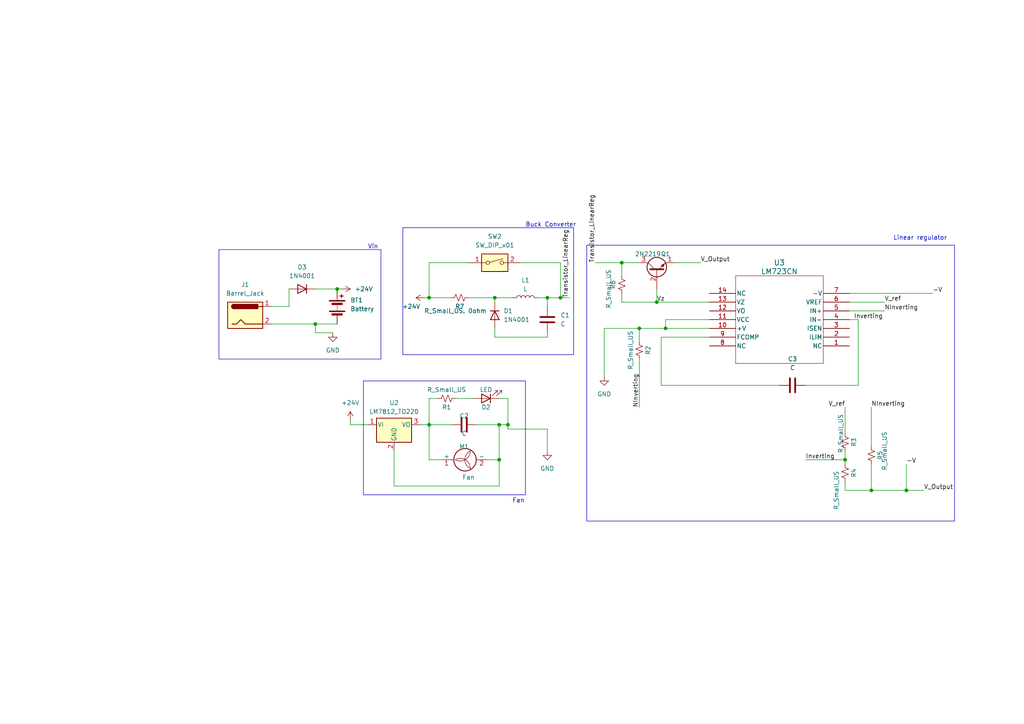
<source format=kicad_sch>
(kicad_sch (version 20230121) (generator eeschema)
  (paper "A4")
  (lib_symbols
    (symbol "2024-01-11_15-29-09:LM723CN" (pin_names (offset 0.254))
      (property "Reference" "U" (at 20.32 10.16 0))
      (property "Value" "LM723CN" (at 20.32 7.62 0))
      (symbol "LM723CN_0_1"
        (polyline (pts (xy 7.62 -20.32) (xy 33.02 -20.32)) (stroke (width 0.127)))
        (polyline (pts (xy 7.62 5.08) (xy 7.62 -20.32)) (stroke (width 0.127)))
        (polyline (pts (xy 33.02 -20.32) (xy 33.02 5.08)) (stroke (width 0.127)))
        (polyline (pts (xy 33.02 5.08) (xy 7.62 5.08)) (stroke (width 0.127)))
        (pin unspecified line (at 0 0 0) (length 7.62) (name "NC") (number "1"))
        (pin power_in line (at 40.64 -5.08 180) (length 7.62) (name "+V") (number "10"))
        (pin power_in line (at 40.64 -7.62 180) (length 7.62) (name "VCC") (number "11"))
        (pin output line (at 40.64 -10.16 180) (length 7.62) (name "VO") (number "12"))
        (pin unspecified line (at 40.64 -12.7 180) (length 7.62) (name "VZ") (number "13"))
        (pin unspecified line (at 40.64 -15.24 180) (length 7.62) (name "NC") (number "14"))
        (pin input line (at 0 -2.54 0) (length 7.62) (name "ILIM") (number "2"))
        (pin unspecified line (at 0 -5.08 0) (length 7.62) (name "ISEN") (number "3"))
        (pin input line (at 0 -7.62 0) (length 7.62) (name "IN-") (number "4"))
        (pin input line (at 0 -10.16 0) (length 7.62) (name "IN+") (number "5"))
        (pin output line (at 0 -12.7 0) (length 7.62) (name "VREF") (number "6"))
        (pin power_in line (at 0 -15.24 0) (length 7.62) (name "-V") (number "7"))
        (pin unspecified line (at 40.64 0 180) (length 7.62) (name "NC") (number "8"))
        (pin unspecified line (at 40.64 -2.54 180) (length 7.62) (name "FCOMP") (number "9"))
      )
    )
    (symbol "Connector:Barrel_Jack" (pin_names (offset 1.016))
      (property "Reference" "J" (at 0 5.334 0))
      (property "Value" "Barrel_Jack" (at 0 -5.08 0))
      (symbol "Barrel_Jack_0_1"
        (rectangle (start -5.08 3.81) (end 5.08 -3.81) (stroke (width 0.254)) (fill (type background)))
        (arc (start -3.302 3.175) (mid -3.9343 2.54) (end -3.302 1.905) (stroke (width 0.254)))
        (arc (start -3.302 3.175) (mid -3.9343 2.54) (end -3.302 1.905) (stroke (width 0.254)) (fill (type outline)))
        (polyline (pts (xy 5.08 2.54) (xy 3.81 2.54)) (stroke (width 0.254)))
        (polyline (pts (xy -3.81 -2.54) (xy -2.54 -2.54) (xy -1.27 -1.27) (xy 0 -2.54) (xy 2.54 -2.54) (xy 5.08 -2.54)) (stroke (width 0.254)))
        (rectangle (start 3.683 3.175) (end -3.302 1.905) (stroke (width 0.254)) (fill (type outline)))
      )
      (symbol "Barrel_Jack_1_1"
        (pin passive line (at 7.62 2.54 180) (length 2.54) (name "~") (number "1"))
        (pin passive line (at 7.62 -2.54 180) (length 2.54) (name "~") (number "2"))
      )
    )
    (symbol "Device:Battery" (pin_numbers hide) (pin_names (offset 0) hide)
      (property "Reference" "BT" (at 2.54 2.54 0))
      (property "Value" "Battery" (at 2.54 0 0))
      (symbol "Battery_0_1"
        (rectangle (start -2.286 -1.27) (end 2.286 -1.524) (fill (type outline)))
        (rectangle (start -2.286 1.778) (end 2.286 1.524) (fill (type outline)))
        (rectangle (start -1.524 -2.032) (end 1.524 -2.54) (fill (type outline)))
        (rectangle (start -1.524 1.016) (end 1.524 0.508) (fill (type outline)))
        (polyline (pts (xy 0 -1.016) (xy 0 -0.762)))
        (polyline (pts (xy 0 -0.508) (xy 0 -0.254)))
        (polyline (pts (xy 0 0) (xy 0 0.254)))
        (polyline (pts (xy 0 1.778) (xy 0 2.54)))
        (polyline (pts (xy 0.762 3.048) (xy 1.778 3.048)) (stroke (width 0.254)))
        (polyline (pts (xy 1.27 3.556) (xy 1.27 2.54)) (stroke (width 0.254)))
      )
      (symbol "Battery_1_1"
        (pin passive line (at 0 5.08 270) (length 2.54) (name "+") (number "1"))
        (pin passive line (at 0 -5.08 90) (length 2.54) (name "-") (number "2"))
      )
    )
    (symbol "Device:C" (pin_numbers hide) (pin_names (offset 0.254))
      (property "Reference" "C" (at 0.635 2.54 0))
      (property "Value" "C" (at 0.635 -2.54 0))
      (symbol "C_0_1"
        (polyline (pts (xy -2.032 -0.762) (xy 2.032 -0.762)) (stroke (width 0.508)))
        (polyline (pts (xy -2.032 0.762) (xy 2.032 0.762)) (stroke (width 0.508)))
      )
      (symbol "C_1_1"
        (pin passive line (at 0 3.81 270) (length 2.794) (name "~") (number "1"))
        (pin passive line (at 0 -3.81 90) (length 2.794) (name "~") (number "2"))
      )
    )
    (symbol "Device:L" (pin_numbers hide) (pin_names (offset 1.016) hide)
      (property "Reference" "L" (at -1.27 0 90))
      (property "Value" "L" (at 1.905 0 90))
      (symbol "L_0_1"
        (arc (start 0 -2.54) (mid 0.6323 -1.905) (end 0 -1.27))
        (arc (start 0 -1.27) (mid 0.6323 -0.635) (end 0 0))
        (arc (start 0 0) (mid 0.6323 0.635) (end 0 1.27))
        (arc (start 0 1.27) (mid 0.6323 1.905) (end 0 2.54))
      )
      (symbol "L_1_1"
        (pin passive line (at 0 3.81 270) (length 1.27) (name "1") (number "1"))
        (pin passive line (at 0 -3.81 90) (length 1.27) (name "2") (number "2"))
      )
    )
    (symbol "Device:LED" (pin_numbers hide) (pin_names (offset 1.016) hide)
      (property "Reference" "D" (at 0 2.54 0))
      (property "Value" "LED" (at 0 -2.54 0))
      (symbol "LED_0_1"
        (polyline (pts (xy -1.27 -1.27) (xy -1.27 1.27)) (stroke (width 0.254)))
        (polyline (pts (xy -1.27 0) (xy 1.27 0)))
        (polyline (pts (xy 1.27 -1.27) (xy 1.27 1.27) (xy -1.27 0) (xy 1.27 -1.27)) (stroke (width 0.254)))
        (polyline (pts (xy -3.048 -0.762) (xy -4.572 -2.286) (xy -3.81 -2.286) (xy -4.572 -2.286) (xy -4.572 -1.524)))
        (polyline (pts (xy -1.778 -0.762) (xy -3.302 -2.286) (xy -2.54 -2.286) (xy -3.302 -2.286) (xy -3.302 -1.524)))
      )
      (symbol "LED_1_1"
        (pin passive line (at -3.81 0 0) (length 2.54) (name "K") (number "1"))
        (pin passive line (at 3.81 0 180) (length 2.54) (name "A") (number "2"))
      )
    )
    (symbol "Device:R_Small_US" (pin_numbers hide) (pin_names (offset 0.254) hide)
      (property "Reference" "R" (at 0.762 0.508 0))
      (property "Value" "R_Small_US" (at 0.762 -1.016 0))
      (symbol "R_Small_US_1_1"
        (polyline (pts (xy 0 0) (xy 1.016 -0.381) (xy 0 -0.762) (xy -1.016 -1.143) (xy 0 -1.524)))
        (polyline (pts (xy 0 1.524) (xy 1.016 1.143) (xy 0 0.762) (xy -1.016 0.381) (xy 0 0)))
        (pin passive line (at 0 2.54 270) (length 1.016) (name "~") (number "1"))
        (pin passive line (at 0 -2.54 90) (length 1.016) (name "~") (number "2"))
      )
    )
    (symbol "Diode:1N4001" (pin_numbers hide) (pin_names hide)
      (property "Reference" "D" (at 0 2.54 0))
      (property "Value" "1N4001" (at 0 -2.54 0))
      (symbol "1N4001_0_1"
        (polyline (pts (xy -1.27 1.27) (xy -1.27 -1.27)) (stroke (width 0.254)))
        (polyline (pts (xy 1.27 0) (xy -1.27 0)))
        (polyline (pts (xy 1.27 1.27) (xy 1.27 -1.27) (xy -1.27 0) (xy 1.27 1.27)) (stroke (width 0.254)))
      )
      (symbol "1N4001_1_1"
        (pin passive line (at -3.81 0 0) (length 2.54) (name "K") (number "1"))
        (pin passive line (at 3.81 0 180) (length 2.54) (name "A") (number "2"))
      )
    )
    (symbol "Motor:Fan" (pin_names (offset 0))
      (property "Reference" "M" (at 2.54 5.08 0))
      (property "Value" "Fan" (at 2.54 -2.54 0))
      (symbol "Fan_0_1"
        (arc (start -2.54 -0.508) (mid 0.0028 0.9121) (end 0 3.81))
        (polyline (pts (xy 0 -5.08) (xy 0 -4.572)))
        (polyline (pts (xy 0 -2.2352) (xy 0 -2.6416)))
        (polyline (pts (xy 0 4.2672) (xy 0 4.6228)))
        (polyline (pts (xy 0 4.572) (xy 0 5.08)))
        (circle (center 0 1.016) (radius 3.2512) (stroke (width 0.254)))
        (arc (start 0 3.81) (mid 0.053 0.921) (end 2.54 -0.508))
        (arc (start 2.54 -0.508) (mid 0 1.0618) (end -2.54 -0.508))
      )
      (symbol "Fan_1_1"
        (pin passive line (at 0 7.62 270) (length 2.54) (name "+") (number "1"))
        (pin passive line (at 0 -5.08 90) (length 2.54) (name "-") (number "2"))
      )
    )
    (symbol "Regulator_Linear:LM7812_TO220" (pin_names (offset 0.254))
      (property "Reference" "U" (at -3.81 3.175 0))
      (property "Value" "LM7812_TO220" (at 0 3.175 0))
      (symbol "LM7812_TO220_0_1"
        (rectangle (start -5.08 1.905) (end 5.08 -5.08) (stroke (width 0.254)) (fill (type background)))
      )
      (symbol "LM7812_TO220_1_1"
        (pin power_in line (at -7.62 0 0) (length 2.54) (name "VI") (number "1"))
        (pin power_in line (at 0 -7.62 90) (length 2.54) (name "GND") (number "2"))
        (pin power_out line (at 7.62 0 180) (length 2.54) (name "VO") (number "3"))
      )
    )
    (symbol "Switch:SW_DIP_x01" (pin_names (offset 0) hide)
      (property "Reference" "SW" (at 0 3.81 0))
      (property "Value" "SW_DIP_x01" (at 0 -3.81 0))
      (symbol "SW_DIP_x01_0_0"
        (circle (center -2.032 0) (radius 0.508))
        (polyline (pts (xy -1.524 0.127) (xy 2.3622 1.1684)))
        (circle (center 2.032 0) (radius 0.508))
      )
      (symbol "SW_DIP_x01_0_1"
        (rectangle (start -3.81 2.54) (end 3.81 -2.54) (stroke (width 0.254)) (fill (type background)))
      )
      (symbol "SW_DIP_x01_1_1"
        (pin passive line (at -7.62 0 0) (length 5.08) (name "~") (number "1"))
        (pin passive line (at 7.62 0 180) (length 5.08) (name "~") (number "2"))
      )
    )
    (symbol "Transistor_BJT:2N2219" (pin_names (offset 0) hide)
      (property "Reference" "Q" (at 5.08 1.905 0))
      (property "Value" "2N2219" (at 5.08 0 0))
      (symbol "2N2219_0_1"
        (polyline (pts (xy 0.635 0.635) (xy 2.54 2.54)))
        (polyline (pts (xy 0.635 -0.635) (xy 2.54 -2.54) (xy 2.54 -2.54)))
        (polyline (pts (xy 0.635 1.905) (xy 0.635 -1.905) (xy 0.635 -1.905)) (stroke (width 0.508)))
        (polyline (pts (xy 1.27 -1.778) (xy 1.778 -1.27) (xy 2.286 -2.286) (xy 1.27 -1.778) (xy 1.27 -1.778)) (fill (type outline)))
        (circle (center 1.27 0) (radius 2.8194) (stroke (width 0.254)))
      )
      (symbol "2N2219_1_1"
        (pin passive line (at 2.54 -5.08 90) (length 2.54) (name "E") (number "1"))
        (pin passive line (at -5.08 0 0) (length 5.715) (name "B") (number "2"))
        (pin passive line (at 2.54 5.08 270) (length 2.54) (name "C") (number "3"))
      )
    )
    (symbol "power:+24V" (power) (pin_names (offset 0))
      (property "Value" "+24V" (at 0 3.556 0))
      (symbol "+24V_0_1"
        (polyline (pts (xy -0.762 1.27) (xy 0 2.54)))
        (polyline (pts (xy 0 0) (xy 0 2.54)))
        (polyline (pts (xy 0 2.54) (xy 0.762 1.27)))
      )
      (symbol "+24V_1_1"
        (pin power_in line (at 0 0 90) (length 0) hide (name "+24V") (number "1"))
      )
    )
    (symbol "power:GND" (power) (pin_names (offset 0))
      (property "Value" "GND" (at 0 -3.81 0))
      (symbol "GND_0_1"
        (polyline (pts (xy 0 0) (xy 0 -1.27) (xy 1.27 -1.27) (xy 0 -2.54) (xy -1.27 -1.27) (xy 0 -1.27)))
      )
      (symbol "GND_1_1"
        (pin power_in line (at 0 0 270) (length 0) hide (name "GND") (number "1"))
      )
    )
  )
  (junction (at 91.44 93.98))
  (junction (at 190.5 87.63))
  (junction (at 147.32 123.19))
  (junction (at 245.11 133.35))
  (junction (at 252.73 142.24))
  (junction (at 97.79 83.82))
  (junction (at 180.34 76.2))
  (junction (at 262.89 142.24))
  (junction (at 124.46 86.36))
  (junction (at 162.56 86.36))
  (junction (at 144.78 123.19))
  (junction (at 124.46 123.19))
  (junction (at 144.78 133.35))
  (junction (at 193.04 95.25))
  (junction (at 185.42 95.25))
  (junction (at 158.75 86.36))
  (junction (at 143.51 86.36))
  (wire (pts (xy 114.3 140.97) (xy 144.78 140.97)))
  (wire (pts (xy 144.78 123.19) (xy 144.78 133.35)))
  (wire (pts (xy 156.21 86.36) (xy 158.75 86.36)))
  (wire (pts (xy 132.08 115.57) (xy 137.16 115.57)))
  (wire (pts (xy 158.75 130.81) (xy 158.75 124.46)))
  (wire (pts (xy 101.6 123.19) (xy 106.68 123.19)))
  (wire (pts (xy 262.89 134.62) (xy 262.89 142.24)))
  (wire (pts (xy 195.58 76.2) (xy 203.2 76.2)))
  (wire (pts (xy 124.46 123.19) (xy 124.46 133.35)))
  (wire (pts (xy 172.72 76.2) (xy 180.34 76.2)))
  (wire (pts (xy 83.82 88.9) (xy 83.82 83.82)))
  (wire (pts (xy 191.77 97.79) (xy 205.74 97.79)))
  (wire (pts (xy 124.46 123.19) (xy 121.92 123.19)))
  (wire (pts (xy 233.68 133.35) (xy 245.11 133.35)))
  (wire (pts (xy 101.6 121.92) (xy 101.6 123.19)))
  (wire (pts (xy 124.46 133.35) (xy 128.27 133.35)))
  (wire (pts (xy 143.51 86.36) (xy 148.59 86.36)))
  (wire (pts (xy 185.42 104.14) (xy 185.42 118.11)))
  (wire (pts (xy 99.06 83.82) (xy 97.79 83.82)))
  (wire (pts (xy 151.13 76.2) (xy 162.56 76.2)))
  (wire (pts (xy 191.77 111.76) (xy 226.06 111.76)))
  (wire (pts (xy 245.11 142.24) (xy 245.11 139.7)))
  (wire (pts (xy 78.74 93.98) (xy 91.44 93.98)))
  (wire (pts (xy 135.89 86.36) (xy 143.51 86.36)))
  (wire (pts (xy 190.5 83.82) (xy 190.5 87.63)))
  (wire (pts (xy 252.73 142.24) (xy 252.73 134.62)))
  (wire (pts (xy 180.34 76.2) (xy 185.42 76.2)))
  (wire (pts (xy 262.89 142.24) (xy 267.97 142.24)))
  (wire (pts (xy 144.78 133.35) (xy 144.78 140.97)))
  (wire (pts (xy 144.78 123.19) (xy 147.32 123.19)))
  (wire (pts (xy 158.75 96.52) (xy 158.75 97.79)))
  (wire (pts (xy 147.32 123.19) (xy 147.32 115.57)))
  (wire (pts (xy 246.38 87.63) (xy 256.54 87.63)))
  (wire (pts (xy 248.92 92.71) (xy 248.92 111.76)))
  (wire (pts (xy 143.51 97.79) (xy 143.51 95.25)))
  (wire (pts (xy 123.19 86.36) (xy 124.46 86.36)))
  (wire (pts (xy 162.56 76.2) (xy 162.56 86.36)))
  (wire (pts (xy 144.78 115.57) (xy 147.32 115.57)))
  (wire (pts (xy 245.11 133.35) (xy 245.11 134.62)))
  (wire (pts (xy 246.38 85.09) (xy 270.51 85.09)))
  (wire (pts (xy 124.46 123.19) (xy 130.81 123.19)))
  (wire (pts (xy 140.97 133.35) (xy 144.78 133.35)))
  (wire (pts (xy 175.26 109.22) (xy 175.26 95.25)))
  (wire (pts (xy 138.43 123.19) (xy 144.78 123.19)))
  (wire (pts (xy 124.46 115.57) (xy 124.46 123.19)))
  (wire (pts (xy 180.34 85.09) (xy 180.34 87.63)))
  (wire (pts (xy 180.34 87.63) (xy 190.5 87.63)))
  (wire (pts (xy 205.74 95.25) (xy 193.04 95.25)))
  (wire (pts (xy 252.73 142.24) (xy 262.89 142.24)))
  (wire (pts (xy 91.44 93.98) (xy 91.44 96.52)))
  (wire (pts (xy 245.11 118.11) (xy 245.11 125.73)))
  (wire (pts (xy 233.68 111.76) (xy 248.92 111.76)))
  (wire (pts (xy 158.75 86.36) (xy 162.56 86.36)))
  (wire (pts (xy 114.3 140.97) (xy 114.3 130.81)))
  (wire (pts (xy 180.34 76.2) (xy 180.34 80.01)))
  (wire (pts (xy 252.73 118.11) (xy 252.73 129.54)))
  (wire (pts (xy 124.46 76.2) (xy 124.46 86.36)))
  (wire (pts (xy 97.79 93.98) (xy 91.44 93.98)))
  (wire (pts (xy 78.74 88.9) (xy 83.82 88.9)))
  (wire (pts (xy 135.89 76.2) (xy 124.46 76.2)))
  (wire (pts (xy 193.04 92.71) (xy 205.74 92.71)))
  (wire (pts (xy 175.26 95.25) (xy 185.42 95.25)))
  (wire (pts (xy 127 115.57) (xy 124.46 115.57)))
  (wire (pts (xy 158.75 86.36) (xy 158.75 88.9)))
  (wire (pts (xy 185.42 95.25) (xy 193.04 95.25)))
  (wire (pts (xy 185.42 95.25) (xy 185.42 99.06)))
  (wire (pts (xy 143.51 87.63) (xy 143.51 86.36)))
  (wire (pts (xy 143.51 97.79) (xy 158.75 97.79)))
  (wire (pts (xy 91.44 83.82) (xy 97.79 83.82)))
  (wire (pts (xy 246.38 92.71) (xy 248.92 92.71)))
  (wire (pts (xy 191.77 97.79) (xy 191.77 111.76)))
  (wire (pts (xy 91.44 96.52) (xy 96.52 96.52)))
  (wire (pts (xy 124.46 86.36) (xy 130.81 86.36)))
  (wire (pts (xy 190.5 87.63) (xy 205.74 87.63)))
  (wire (pts (xy 162.56 86.36) (xy 165.1 86.36)))
  (wire (pts (xy 245.11 142.24) (xy 252.73 142.24)))
  (wire (pts (xy 193.04 92.71) (xy 193.04 95.25)))
  (wire (pts (xy 147.32 124.46) (xy 158.75 124.46)))
  (wire (pts (xy 245.11 130.81) (xy 245.11 133.35)))
  (wire (pts (xy 147.32 124.46) (xy 147.32 123.19)))
  (wire (pts (xy 246.38 90.17) (xy 256.54 90.17)))
  (rectangle (start 116.84 66.04) (end 166.37 102.87))
  (rectangle (start 105.41 110.49) (end 152.4 143.51))
  (rectangle (start 63.5 72.39) (end 110.49 104.14))
  (rectangle (start 170.18 71.12) (end 276.86 151.13))
  (text "Fan\n" (at 148.59 146.05 0) (effects (font (size 1.27 1.27)) (justify left bottom)))
  (text "Linear regulator" (at 259.08 69.85 0) (effects (font (size 1.27 1.27)) (justify left bottom)))
  (text "Buck Converter\n" (at 152.4 66.04 0) (effects (font (size 1.27 1.27)) (justify left bottom)))
  (text "Vin" (at 106.68 72.39 0) (effects (font (size 1.27 1.27)) (justify left bottom)))
  (label "NInverting" (at 252.73 118.11 0))
  (label "NInverting" (at 256.54 90.17 0))
  (label "Vz" (at 190.5 87.63 0))
  (label "V_ref" (at 256.54 87.63 0))
  (label "Transistor_LinearReg" (at 165.1 86.36 90))
  (label "NInverting" (at 185.42 118.11 90))
  (label "-V" (at 270.51 85.09 0))
  (label "Transistor_LinearReg" (at 172.72 76.2 90))
  (label "V_ref" (at 245.11 118.11 180))
  (label "-V" (at 262.89 134.62 0))
  (label "Inverting" (at 247.65 92.71 0))
  (label "V_Output" (at 203.2 76.2 0))
  (label "V_Output" (at 267.97 142.24 0))
  (label "Inverting" (at 233.68 133.35 0))
  (symbol (lib_id "Device:C") (at 229.87 111.76 90) (unit 1)
    (property "Reference" "C3" (at 229.87 104.14 90))
    (property "Value" "C" (at 229.87 106.68 90))
  )
  (symbol (lib_id "Device:R_Small_US") (at 245.11 128.27 180) (unit 1)
    (property "Reference" "R3" (at 247.65 128.27 90))
    (property "Value" "R_Small_US" (at 243.84 125.73 90))
  )
  (symbol (lib_id "Connector:Barrel_Jack") (at 71.12 91.44 0) (unit 1)
    (property "Reference" "J1" (at 71.12 82.55 0))
    (property "Value" "Barrel_Jack" (at 71.12 85.09 0))
  )
  (symbol (lib_id "Switch:SW_DIP_x01") (at 143.51 76.2 0) (unit 1)
    (property "Reference" "SW2" (at 143.51 68.58 0))
    (property "Value" "SW_DIP_x01" (at 143.51 71.12 0))
  )
  (symbol (lib_id "Transistor_BJT:2N2219") (at 190.5 78.74 90) (unit 1)
    (property "Reference" "Q1" (at 193.04 73.66 90))
    (property "Value" "2N2219" (at 187.96 73.66 90))
    (property "Footprint" "Package_TO_SOT_THT:TO-39-3" (effects hide))
    (property "Datasheet" "http://www.onsemi.com/pub_link/Collateral/2N2219-D.PDF" (effects hide))
  )
  (symbol (lib_id "Device:R_Small_US") (at 245.11 137.16 180) (unit 1)
    (property "Reference" "R4" (at 247.65 137.16 90))
    (property "Value" "R_Small_US" (at 242.57 142.24 90))
  )
  (symbol (lib_id "Device:C") (at 134.62 123.19 90) (unit 1)
    (property "Reference" "C2" (at 134.62 120.65 90))
    (property "Value" "C" (at 134.62 125.73 90))
  )
  (symbol (lib_id "Regulator_Linear:LM7812_TO220") (at 114.3 123.19 0) (unit 1)
    (property "Reference" "U2" (at 114.3 116.84 0))
    (property "Value" "LM7812_TO220" (at 114.3 119.38 0))
    (property "Footprint" "Package_TO_SOT_THT:TO-220-3_Vertical" (effects hide))
    (property "Datasheet" "https://www.onsemi.cn/PowerSolutions/document/MC7800-D.PDF" (effects hide))
  )
  (symbol (lib_id "Device:R_Small_US") (at 133.35 86.36 90) (unit 1)
    (property "Reference" "R7" (at 133.35 88.9 90))
    (property "Value" "R_Small_US. 0ohm" (at 132.08 90.17 90))
  )
  (symbol (lib_id "Device:R_Small_US") (at 180.34 82.55 0) (unit 1)
    (property "Reference" "R6" (at 177.8 82.55 90))
    (property "Value" "R_Small_US" (at 176.53 83.82 90))
  )
  (symbol (lib_id "Diode:1N4001") (at 143.51 91.44 270) (unit 1)
    (property "Reference" "D1" (at 146.05 90.17 90) (effects (justify left)))
    (property "Value" "1N4001" (at 146.05 92.71 90) (effects (justify left)))
    (property "Footprint" "Diode_THT:D_DO-41_SOD81_P10.16mm_Horizontal" (effects hide))
    (property "Datasheet" "http://www.vishay.com/docs/88503/1n4001.pdf" (effects hide))
    (property "Sim.Device" "D" (effects hide))
    (property "Sim.Pins" "1=K 2=A" (effects hide))
  )
  (symbol (lib_id "Device:L") (at 152.4 86.36 90) (unit 1)
    (property "Reference" "L1" (at 152.4 81.28 90))
    (property "Value" "L" (at 152.4 83.82 90))
  )
  (symbol (lib_id "Device:LED") (at 140.97 115.57 180) (unit 1)
    (property "Reference" "D2" (at 140.97 118.11 0))
    (property "Value" "LED" (at 140.97 113.03 0))
  )
  (symbol (lib_id "Device:Battery") (at 97.79 88.9 0) (unit 1)
    (property "Reference" "BT1" (at 101.6 87.0585 0) (effects (justify left)))
    (property "Value" "Battery" (at 101.6 89.5985 0) (effects (justify left)))
  )
  (symbol (lib_id "power:GND") (at 158.75 130.81 0) (unit 1)
    (property "Reference" "#PWR01" (effects hide))
    (property "Value" "GND" (at 158.75 135.89 0))
  )
  (symbol (lib_id "2024-01-11_15-29-09:LM723CN") (at 246.38 100.33 180) (unit 1)
    (property "Reference" "U3" (at 226.06 76.2 0) (effects (font (size 1.524 1.524))))
    (property "Value" "LM723CN" (at 226.06 78.74 0) (effects (font (size 1.524 1.524))))
    (property "Footprint" "DIP-14_STM" (effects hide))
    (property "Datasheet" "LM723CN" (effects hide))
  )
  (symbol (lib_id "power:+24V") (at 99.06 83.82 270) (unit 1)
    (property "Reference" "#PWR04" (effects hide))
    (property "Value" "+24V" (at 102.87 83.82 90) (effects (justify left)))
  )
  (symbol (lib_id "power:GND") (at 96.52 96.52 0) (unit 1)
    (property "Reference" "#PWR02" (effects hide))
    (property "Value" "GND" (at 96.52 101.6 0))
  )
  (symbol (lib_id "Device:R_Small_US") (at 129.54 115.57 90) (unit 1)
    (property "Reference" "R1" (at 129.54 118.11 90))
    (property "Value" "R_Small_US" (at 129.54 113.03 90))
  )
  (symbol (lib_id "power:GND") (at 175.26 109.22 0) (unit 1)
    (property "Reference" "#PWR06" (effects hide))
    (property "Value" "GND" (at 175.26 114.3 0))
  )
  (symbol (lib_id "Diode:1N4001") (at 87.63 83.82 180) (unit 1)
    (property "Reference" "D3" (at 87.63 77.47 0))
    (property "Value" "1N4001" (at 87.63 80.01 0))
    (property "Footprint" "Diode_THT:D_DO-41_SOD81_P10.16mm_Horizontal" (effects hide))
    (property "Datasheet" "http://www.vishay.com/docs/88503/1n4001.pdf" (effects hide))
    (property "Sim.Device" "D" (effects hide))
    (property "Sim.Pins" "1=K 2=A" (effects hide))
  )
  (symbol (lib_id "Device:R_Small_US") (at 185.42 101.6 180) (unit 1)
    (property "Reference" "R2" (at 187.96 101.6 90))
    (property "Value" "R_Small_US" (at 182.88 101.6 90))
  )
  (symbol (lib_id "power:+24V") (at 123.19 86.36 90) (unit 1)
    (property "Reference" "#PWR05" (effects hide))
    (property "Value" "+24V" (at 121.92 88.9 90) (effects (justify left)))
  )
  (symbol (lib_id "Device:R_Small_US") (at 252.73 132.08 180) (unit 1)
    (property "Reference" "R5" (at 255.27 132.08 90))
    (property "Value" "R_Small_US" (at 256.54 130.81 90))
  )
  (symbol (lib_id "power:+24V") (at 101.6 121.92 0) (unit 1)
    (property "Reference" "#PWR03" (effects hide))
    (property "Value" "+24V" (at 101.6 116.84 0))
  )
  (symbol (lib_id "Device:C") (at 158.75 92.71 0) (unit 1)
    (property "Reference" "C1" (at 162.56 91.44 0) (effects (justify left)))
    (property "Value" "C" (at 162.56 93.98 0) (effects (justify left)))
  )
  (symbol (lib_id "Motor:Fan") (at 135.89 133.35 90) (unit 1)
    (property "Reference" "M1" (at 134.62 129.54 90))
    (property "Value" "Fan" (at 135.89 138.43 90))
  )
)
</source>
